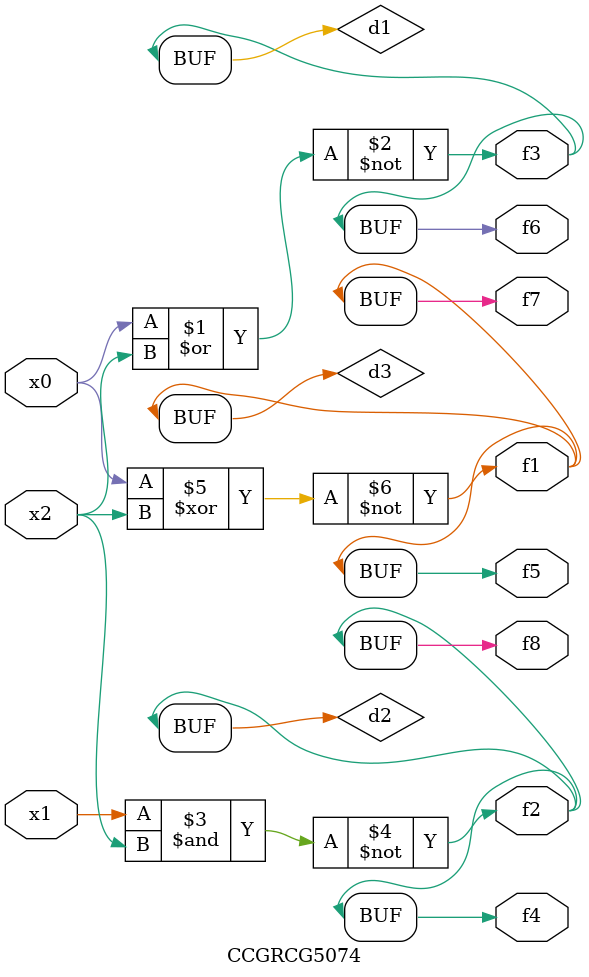
<source format=v>
module CCGRCG5074(
	input x0, x1, x2,
	output f1, f2, f3, f4, f5, f6, f7, f8
);

	wire d1, d2, d3;

	nor (d1, x0, x2);
	nand (d2, x1, x2);
	xnor (d3, x0, x2);
	assign f1 = d3;
	assign f2 = d2;
	assign f3 = d1;
	assign f4 = d2;
	assign f5 = d3;
	assign f6 = d1;
	assign f7 = d3;
	assign f8 = d2;
endmodule

</source>
